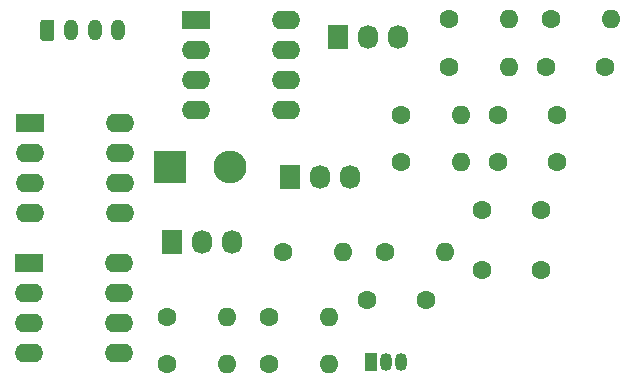
<source format=gbr>
G04 #@! TF.GenerationSoftware,KiCad,Pcbnew,(5.1.0)-1*
G04 #@! TF.CreationDate,2019-06-26T15:54:14-05:00*
G04 #@! TF.ProjectId,Audio Cassette Interface,41756469-6f20-4436-9173-736574746520,rev?*
G04 #@! TF.SameCoordinates,Original*
G04 #@! TF.FileFunction,Copper,L1,Top*
G04 #@! TF.FilePolarity,Positive*
%FSLAX46Y46*%
G04 Gerber Fmt 4.6, Leading zero omitted, Abs format (unit mm)*
G04 Created by KiCad (PCBNEW (5.1.0)-1) date 2019-06-26 15:54:14*
%MOMM*%
%LPD*%
G04 APERTURE LIST*
%ADD10O,2.400000X1.600000*%
%ADD11R,2.400000X1.600000*%
%ADD12O,1.600000X1.600000*%
%ADD13C,1.600000*%
%ADD14R,1.050000X1.500000*%
%ADD15O,1.050000X1.500000*%
%ADD16O,1.730000X2.030000*%
%ADD17R,1.730000X2.030000*%
%ADD18O,1.200000X1.800000*%
%ADD19C,0.100000*%
%ADD20C,1.200000*%
%ADD21O,2.800000X2.800000*%
%ADD22R,2.800000X2.800000*%
G04 APERTURE END LIST*
D10*
X82290000Y-85730000D03*
X74670000Y-93350000D03*
X82290000Y-88270000D03*
X74670000Y-90810000D03*
X82290000Y-90810000D03*
X74670000Y-88270000D03*
X82290000Y-93350000D03*
D11*
X74670000Y-85730000D03*
D10*
X82390000Y-73930000D03*
X74770000Y-81550000D03*
X82390000Y-76470000D03*
X74770000Y-79010000D03*
X82390000Y-79010000D03*
X74770000Y-76470000D03*
X82390000Y-81550000D03*
D11*
X74770000Y-73930000D03*
D10*
X96440000Y-65180000D03*
X88820000Y-72800000D03*
X96440000Y-67720000D03*
X88820000Y-70260000D03*
X96440000Y-70260000D03*
X88820000Y-67720000D03*
X96440000Y-72800000D03*
D11*
X88820000Y-65180000D03*
D12*
X100080000Y-94340000D03*
D13*
X95000000Y-94340000D03*
D12*
X109880000Y-84830000D03*
D13*
X104800000Y-84830000D03*
D12*
X100080000Y-90290000D03*
D13*
X95000000Y-90290000D03*
D12*
X111180000Y-77230000D03*
D13*
X106100000Y-77230000D03*
D12*
X123930000Y-65080000D03*
D13*
X118850000Y-65080000D03*
D12*
X111180000Y-73180000D03*
D13*
X106100000Y-73180000D03*
D12*
X115250000Y-69130000D03*
D13*
X110170000Y-69130000D03*
D12*
X115250000Y-65080000D03*
D13*
X110170000Y-65080000D03*
D12*
X91400000Y-94340000D03*
D13*
X86320000Y-94340000D03*
D12*
X101200000Y-84830000D03*
D13*
X96120000Y-84830000D03*
D12*
X91400000Y-90290000D03*
D13*
X86320000Y-90290000D03*
D14*
X103640000Y-94160000D03*
D15*
X106180000Y-94160000D03*
X104910000Y-94160000D03*
D16*
X101780000Y-78480000D03*
X99240000Y-78480000D03*
D17*
X96700000Y-78480000D03*
D16*
X91800000Y-83940000D03*
X89260000Y-83940000D03*
D17*
X86720000Y-83940000D03*
D16*
X105850000Y-66630000D03*
X103310000Y-66630000D03*
D17*
X100770000Y-66630000D03*
D18*
X82200000Y-66040000D03*
X80200000Y-66040000D03*
X78200000Y-66040000D03*
D19*
G36*
X76574505Y-65141204D02*
G01*
X76598773Y-65144804D01*
X76622572Y-65150765D01*
X76645671Y-65159030D01*
X76667850Y-65169520D01*
X76688893Y-65182132D01*
X76708599Y-65196747D01*
X76726777Y-65213223D01*
X76743253Y-65231401D01*
X76757868Y-65251107D01*
X76770480Y-65272150D01*
X76780970Y-65294329D01*
X76789235Y-65317428D01*
X76795196Y-65341227D01*
X76798796Y-65365495D01*
X76800000Y-65389999D01*
X76800000Y-66690001D01*
X76798796Y-66714505D01*
X76795196Y-66738773D01*
X76789235Y-66762572D01*
X76780970Y-66785671D01*
X76770480Y-66807850D01*
X76757868Y-66828893D01*
X76743253Y-66848599D01*
X76726777Y-66866777D01*
X76708599Y-66883253D01*
X76688893Y-66897868D01*
X76667850Y-66910480D01*
X76645671Y-66920970D01*
X76622572Y-66929235D01*
X76598773Y-66935196D01*
X76574505Y-66938796D01*
X76550001Y-66940000D01*
X75849999Y-66940000D01*
X75825495Y-66938796D01*
X75801227Y-66935196D01*
X75777428Y-66929235D01*
X75754329Y-66920970D01*
X75732150Y-66910480D01*
X75711107Y-66897868D01*
X75691401Y-66883253D01*
X75673223Y-66866777D01*
X75656747Y-66848599D01*
X75642132Y-66828893D01*
X75629520Y-66807850D01*
X75619030Y-66785671D01*
X75610765Y-66762572D01*
X75604804Y-66738773D01*
X75601204Y-66714505D01*
X75600000Y-66690001D01*
X75600000Y-65389999D01*
X75601204Y-65365495D01*
X75604804Y-65341227D01*
X75610765Y-65317428D01*
X75619030Y-65294329D01*
X75629520Y-65272150D01*
X75642132Y-65251107D01*
X75656747Y-65231401D01*
X75673223Y-65213223D01*
X75691401Y-65196747D01*
X75711107Y-65182132D01*
X75732150Y-65169520D01*
X75754329Y-65159030D01*
X75777428Y-65150765D01*
X75801227Y-65144804D01*
X75825495Y-65141204D01*
X75849999Y-65140000D01*
X76550001Y-65140000D01*
X76574505Y-65141204D01*
X76574505Y-65141204D01*
G37*
D20*
X76200000Y-66040000D03*
D21*
X91700000Y-77639899D03*
D22*
X86620000Y-77639899D03*
D13*
X108230000Y-88880000D03*
X103230000Y-88880000D03*
X119330000Y-77230000D03*
X114330000Y-77230000D03*
X118030000Y-86360000D03*
X113030000Y-86360000D03*
X119330000Y-73180000D03*
X114330000Y-73180000D03*
X123400000Y-69130000D03*
X118400000Y-69130000D03*
X118030000Y-81280000D03*
X113030000Y-81280000D03*
M02*

</source>
